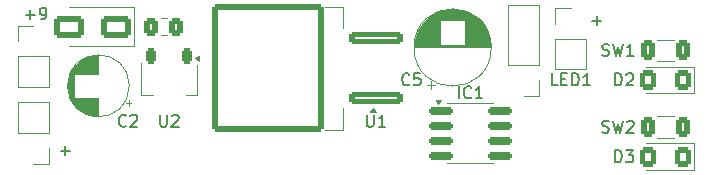
<source format=gto>
G04 #@! TF.GenerationSoftware,KiCad,Pcbnew,8.0.5*
G04 #@! TF.CreationDate,2024-10-17T19:27:39-07:00*
G04 #@! TF.ProjectId,RocketServo,526f636b-6574-4536-9572-766f2e6b6963,B*
G04 #@! TF.SameCoordinates,Original*
G04 #@! TF.FileFunction,Legend,Top*
G04 #@! TF.FilePolarity,Positive*
%FSLAX46Y46*%
G04 Gerber Fmt 4.6, Leading zero omitted, Abs format (unit mm)*
G04 Created by KiCad (PCBNEW 8.0.5) date 2024-10-17 19:27:39*
%MOMM*%
%LPD*%
G01*
G04 APERTURE LIST*
G04 Aperture macros list*
%AMRoundRect*
0 Rectangle with rounded corners*
0 $1 Rounding radius*
0 $2 $3 $4 $5 $6 $7 $8 $9 X,Y pos of 4 corners*
0 Add a 4 corners polygon primitive as box body*
4,1,4,$2,$3,$4,$5,$6,$7,$8,$9,$2,$3,0*
0 Add four circle primitives for the rounded corners*
1,1,$1+$1,$2,$3*
1,1,$1+$1,$4,$5*
1,1,$1+$1,$6,$7*
1,1,$1+$1,$8,$9*
0 Add four rect primitives between the rounded corners*
20,1,$1+$1,$2,$3,$4,$5,0*
20,1,$1+$1,$4,$5,$6,$7,0*
20,1,$1+$1,$6,$7,$8,$9,0*
20,1,$1+$1,$8,$9,$2,$3,0*%
%AMFreePoly0*
4,1,9,3.862500,-0.866500,0.737500,-0.866500,0.737500,-0.450000,-0.737500,-0.450000,-0.737500,0.450000,0.737500,0.450000,0.737500,0.866500,3.862500,0.866500,3.862500,-0.866500,3.862500,-0.866500,$1*%
G04 Aperture macros list end*
%ADD10C,0.150000*%
%ADD11C,0.120000*%
%ADD12RoundRect,0.150000X-0.825000X-0.150000X0.825000X-0.150000X0.825000X0.150000X-0.825000X0.150000X0*%
%ADD13RoundRect,0.250000X-0.312500X-0.625000X0.312500X-0.625000X0.312500X0.625000X-0.312500X0.625000X0*%
%ADD14R,1.700000X1.700000*%
%ADD15O,1.700000X1.700000*%
%ADD16RoundRect,0.250000X-0.337500X-0.475000X0.337500X-0.475000X0.337500X0.475000X-0.337500X0.475000X0*%
%ADD17R,1.600000X1.600000*%
%ADD18C,1.600000*%
%ADD19RoundRect,0.250001X0.462499X0.624999X-0.462499X0.624999X-0.462499X-0.624999X0.462499X-0.624999X0*%
%ADD20RoundRect,0.250000X2.050000X0.300000X-2.050000X0.300000X-2.050000X-0.300000X2.050000X-0.300000X0*%
%ADD21RoundRect,0.250002X4.449998X5.149998X-4.449998X5.149998X-4.449998X-5.149998X4.449998X-5.149998X0*%
%ADD22RoundRect,0.225000X-0.225000X0.425000X-0.225000X-0.425000X0.225000X-0.425000X0.225000X0.425000X0*%
%ADD23FreePoly0,270.000000*%
%ADD24RoundRect,0.250000X1.000000X0.650000X-1.000000X0.650000X-1.000000X-0.650000X1.000000X-0.650000X0*%
G04 APERTURE END LIST*
D10*
X96336779Y-93988866D02*
X97098684Y-93988866D01*
X96717731Y-94369819D02*
X96717731Y-93607914D01*
X141336779Y-82988866D02*
X142098684Y-82988866D01*
X141717731Y-83369819D02*
X141717731Y-82607914D01*
X93336779Y-82488866D02*
X94098684Y-82488866D01*
X93717731Y-82869819D02*
X93717731Y-82107914D01*
X94622493Y-82869819D02*
X94812969Y-82869819D01*
X94812969Y-82869819D02*
X94908207Y-82822200D01*
X94908207Y-82822200D02*
X94955826Y-82774580D01*
X94955826Y-82774580D02*
X95051064Y-82631723D01*
X95051064Y-82631723D02*
X95098683Y-82441247D01*
X95098683Y-82441247D02*
X95098683Y-82060295D01*
X95098683Y-82060295D02*
X95051064Y-81965057D01*
X95051064Y-81965057D02*
X95003445Y-81917438D01*
X95003445Y-81917438D02*
X94908207Y-81869819D01*
X94908207Y-81869819D02*
X94717731Y-81869819D01*
X94717731Y-81869819D02*
X94622493Y-81917438D01*
X94622493Y-81917438D02*
X94574874Y-81965057D01*
X94574874Y-81965057D02*
X94527255Y-82060295D01*
X94527255Y-82060295D02*
X94527255Y-82298390D01*
X94527255Y-82298390D02*
X94574874Y-82393628D01*
X94574874Y-82393628D02*
X94622493Y-82441247D01*
X94622493Y-82441247D02*
X94717731Y-82488866D01*
X94717731Y-82488866D02*
X94908207Y-82488866D01*
X94908207Y-82488866D02*
X95003445Y-82441247D01*
X95003445Y-82441247D02*
X95051064Y-82393628D01*
X95051064Y-82393628D02*
X95098683Y-82298390D01*
X130023810Y-89554819D02*
X130023810Y-88554819D01*
X131071428Y-89459580D02*
X131023809Y-89507200D01*
X131023809Y-89507200D02*
X130880952Y-89554819D01*
X130880952Y-89554819D02*
X130785714Y-89554819D01*
X130785714Y-89554819D02*
X130642857Y-89507200D01*
X130642857Y-89507200D02*
X130547619Y-89411961D01*
X130547619Y-89411961D02*
X130500000Y-89316723D01*
X130500000Y-89316723D02*
X130452381Y-89126247D01*
X130452381Y-89126247D02*
X130452381Y-88983390D01*
X130452381Y-88983390D02*
X130500000Y-88792914D01*
X130500000Y-88792914D02*
X130547619Y-88697676D01*
X130547619Y-88697676D02*
X130642857Y-88602438D01*
X130642857Y-88602438D02*
X130785714Y-88554819D01*
X130785714Y-88554819D02*
X130880952Y-88554819D01*
X130880952Y-88554819D02*
X131023809Y-88602438D01*
X131023809Y-88602438D02*
X131071428Y-88650057D01*
X132023809Y-89554819D02*
X131452381Y-89554819D01*
X131738095Y-89554819D02*
X131738095Y-88554819D01*
X131738095Y-88554819D02*
X131642857Y-88697676D01*
X131642857Y-88697676D02*
X131547619Y-88792914D01*
X131547619Y-88792914D02*
X131452381Y-88840533D01*
X142166667Y-92407200D02*
X142309524Y-92454819D01*
X142309524Y-92454819D02*
X142547619Y-92454819D01*
X142547619Y-92454819D02*
X142642857Y-92407200D01*
X142642857Y-92407200D02*
X142690476Y-92359580D01*
X142690476Y-92359580D02*
X142738095Y-92264342D01*
X142738095Y-92264342D02*
X142738095Y-92169104D01*
X142738095Y-92169104D02*
X142690476Y-92073866D01*
X142690476Y-92073866D02*
X142642857Y-92026247D01*
X142642857Y-92026247D02*
X142547619Y-91978628D01*
X142547619Y-91978628D02*
X142357143Y-91931009D01*
X142357143Y-91931009D02*
X142261905Y-91883390D01*
X142261905Y-91883390D02*
X142214286Y-91835771D01*
X142214286Y-91835771D02*
X142166667Y-91740533D01*
X142166667Y-91740533D02*
X142166667Y-91645295D01*
X142166667Y-91645295D02*
X142214286Y-91550057D01*
X142214286Y-91550057D02*
X142261905Y-91502438D01*
X142261905Y-91502438D02*
X142357143Y-91454819D01*
X142357143Y-91454819D02*
X142595238Y-91454819D01*
X142595238Y-91454819D02*
X142738095Y-91502438D01*
X143071429Y-91454819D02*
X143309524Y-92454819D01*
X143309524Y-92454819D02*
X143500000Y-91740533D01*
X143500000Y-91740533D02*
X143690476Y-92454819D01*
X143690476Y-92454819D02*
X143928572Y-91454819D01*
X144261905Y-91550057D02*
X144309524Y-91502438D01*
X144309524Y-91502438D02*
X144404762Y-91454819D01*
X144404762Y-91454819D02*
X144642857Y-91454819D01*
X144642857Y-91454819D02*
X144738095Y-91502438D01*
X144738095Y-91502438D02*
X144785714Y-91550057D01*
X144785714Y-91550057D02*
X144833333Y-91645295D01*
X144833333Y-91645295D02*
X144833333Y-91740533D01*
X144833333Y-91740533D02*
X144785714Y-91883390D01*
X144785714Y-91883390D02*
X144214286Y-92454819D01*
X144214286Y-92454819D02*
X144833333Y-92454819D01*
X101833333Y-91859580D02*
X101785714Y-91907200D01*
X101785714Y-91907200D02*
X101642857Y-91954819D01*
X101642857Y-91954819D02*
X101547619Y-91954819D01*
X101547619Y-91954819D02*
X101404762Y-91907200D01*
X101404762Y-91907200D02*
X101309524Y-91811961D01*
X101309524Y-91811961D02*
X101261905Y-91716723D01*
X101261905Y-91716723D02*
X101214286Y-91526247D01*
X101214286Y-91526247D02*
X101214286Y-91383390D01*
X101214286Y-91383390D02*
X101261905Y-91192914D01*
X101261905Y-91192914D02*
X101309524Y-91097676D01*
X101309524Y-91097676D02*
X101404762Y-91002438D01*
X101404762Y-91002438D02*
X101547619Y-90954819D01*
X101547619Y-90954819D02*
X101642857Y-90954819D01*
X101642857Y-90954819D02*
X101785714Y-91002438D01*
X101785714Y-91002438D02*
X101833333Y-91050057D01*
X102214286Y-91050057D02*
X102261905Y-91002438D01*
X102261905Y-91002438D02*
X102357143Y-90954819D01*
X102357143Y-90954819D02*
X102595238Y-90954819D01*
X102595238Y-90954819D02*
X102690476Y-91002438D01*
X102690476Y-91002438D02*
X102738095Y-91050057D01*
X102738095Y-91050057D02*
X102785714Y-91145295D01*
X102785714Y-91145295D02*
X102785714Y-91240533D01*
X102785714Y-91240533D02*
X102738095Y-91383390D01*
X102738095Y-91383390D02*
X102166667Y-91954819D01*
X102166667Y-91954819D02*
X102785714Y-91954819D01*
X143261905Y-94954819D02*
X143261905Y-93954819D01*
X143261905Y-93954819D02*
X143500000Y-93954819D01*
X143500000Y-93954819D02*
X143642857Y-94002438D01*
X143642857Y-94002438D02*
X143738095Y-94097676D01*
X143738095Y-94097676D02*
X143785714Y-94192914D01*
X143785714Y-94192914D02*
X143833333Y-94383390D01*
X143833333Y-94383390D02*
X143833333Y-94526247D01*
X143833333Y-94526247D02*
X143785714Y-94716723D01*
X143785714Y-94716723D02*
X143738095Y-94811961D01*
X143738095Y-94811961D02*
X143642857Y-94907200D01*
X143642857Y-94907200D02*
X143500000Y-94954819D01*
X143500000Y-94954819D02*
X143261905Y-94954819D01*
X144166667Y-93954819D02*
X144785714Y-93954819D01*
X144785714Y-93954819D02*
X144452381Y-94335771D01*
X144452381Y-94335771D02*
X144595238Y-94335771D01*
X144595238Y-94335771D02*
X144690476Y-94383390D01*
X144690476Y-94383390D02*
X144738095Y-94431009D01*
X144738095Y-94431009D02*
X144785714Y-94526247D01*
X144785714Y-94526247D02*
X144785714Y-94764342D01*
X144785714Y-94764342D02*
X144738095Y-94859580D01*
X144738095Y-94859580D02*
X144690476Y-94907200D01*
X144690476Y-94907200D02*
X144595238Y-94954819D01*
X144595238Y-94954819D02*
X144309524Y-94954819D01*
X144309524Y-94954819D02*
X144214286Y-94907200D01*
X144214286Y-94907200D02*
X144166667Y-94859580D01*
X122238095Y-90954819D02*
X122238095Y-91764342D01*
X122238095Y-91764342D02*
X122285714Y-91859580D01*
X122285714Y-91859580D02*
X122333333Y-91907200D01*
X122333333Y-91907200D02*
X122428571Y-91954819D01*
X122428571Y-91954819D02*
X122619047Y-91954819D01*
X122619047Y-91954819D02*
X122714285Y-91907200D01*
X122714285Y-91907200D02*
X122761904Y-91859580D01*
X122761904Y-91859580D02*
X122809523Y-91764342D01*
X122809523Y-91764342D02*
X122809523Y-90954819D01*
X123809523Y-91954819D02*
X123238095Y-91954819D01*
X123523809Y-91954819D02*
X123523809Y-90954819D01*
X123523809Y-90954819D02*
X123428571Y-91097676D01*
X123428571Y-91097676D02*
X123333333Y-91192914D01*
X123333333Y-91192914D02*
X123238095Y-91240533D01*
X142166667Y-85907200D02*
X142309524Y-85954819D01*
X142309524Y-85954819D02*
X142547619Y-85954819D01*
X142547619Y-85954819D02*
X142642857Y-85907200D01*
X142642857Y-85907200D02*
X142690476Y-85859580D01*
X142690476Y-85859580D02*
X142738095Y-85764342D01*
X142738095Y-85764342D02*
X142738095Y-85669104D01*
X142738095Y-85669104D02*
X142690476Y-85573866D01*
X142690476Y-85573866D02*
X142642857Y-85526247D01*
X142642857Y-85526247D02*
X142547619Y-85478628D01*
X142547619Y-85478628D02*
X142357143Y-85431009D01*
X142357143Y-85431009D02*
X142261905Y-85383390D01*
X142261905Y-85383390D02*
X142214286Y-85335771D01*
X142214286Y-85335771D02*
X142166667Y-85240533D01*
X142166667Y-85240533D02*
X142166667Y-85145295D01*
X142166667Y-85145295D02*
X142214286Y-85050057D01*
X142214286Y-85050057D02*
X142261905Y-85002438D01*
X142261905Y-85002438D02*
X142357143Y-84954819D01*
X142357143Y-84954819D02*
X142595238Y-84954819D01*
X142595238Y-84954819D02*
X142738095Y-85002438D01*
X143071429Y-84954819D02*
X143309524Y-85954819D01*
X143309524Y-85954819D02*
X143500000Y-85240533D01*
X143500000Y-85240533D02*
X143690476Y-85954819D01*
X143690476Y-85954819D02*
X143928572Y-84954819D01*
X144833333Y-85954819D02*
X144261905Y-85954819D01*
X144547619Y-85954819D02*
X144547619Y-84954819D01*
X144547619Y-84954819D02*
X144452381Y-85097676D01*
X144452381Y-85097676D02*
X144357143Y-85192914D01*
X144357143Y-85192914D02*
X144261905Y-85240533D01*
X104738095Y-90954819D02*
X104738095Y-91764342D01*
X104738095Y-91764342D02*
X104785714Y-91859580D01*
X104785714Y-91859580D02*
X104833333Y-91907200D01*
X104833333Y-91907200D02*
X104928571Y-91954819D01*
X104928571Y-91954819D02*
X105119047Y-91954819D01*
X105119047Y-91954819D02*
X105214285Y-91907200D01*
X105214285Y-91907200D02*
X105261904Y-91859580D01*
X105261904Y-91859580D02*
X105309523Y-91764342D01*
X105309523Y-91764342D02*
X105309523Y-90954819D01*
X105738095Y-91050057D02*
X105785714Y-91002438D01*
X105785714Y-91002438D02*
X105880952Y-90954819D01*
X105880952Y-90954819D02*
X106119047Y-90954819D01*
X106119047Y-90954819D02*
X106214285Y-91002438D01*
X106214285Y-91002438D02*
X106261904Y-91050057D01*
X106261904Y-91050057D02*
X106309523Y-91145295D01*
X106309523Y-91145295D02*
X106309523Y-91240533D01*
X106309523Y-91240533D02*
X106261904Y-91383390D01*
X106261904Y-91383390D02*
X105690476Y-91954819D01*
X105690476Y-91954819D02*
X106309523Y-91954819D01*
X125833333Y-88359580D02*
X125785714Y-88407200D01*
X125785714Y-88407200D02*
X125642857Y-88454819D01*
X125642857Y-88454819D02*
X125547619Y-88454819D01*
X125547619Y-88454819D02*
X125404762Y-88407200D01*
X125404762Y-88407200D02*
X125309524Y-88311961D01*
X125309524Y-88311961D02*
X125261905Y-88216723D01*
X125261905Y-88216723D02*
X125214286Y-88026247D01*
X125214286Y-88026247D02*
X125214286Y-87883390D01*
X125214286Y-87883390D02*
X125261905Y-87692914D01*
X125261905Y-87692914D02*
X125309524Y-87597676D01*
X125309524Y-87597676D02*
X125404762Y-87502438D01*
X125404762Y-87502438D02*
X125547619Y-87454819D01*
X125547619Y-87454819D02*
X125642857Y-87454819D01*
X125642857Y-87454819D02*
X125785714Y-87502438D01*
X125785714Y-87502438D02*
X125833333Y-87550057D01*
X126738095Y-87454819D02*
X126261905Y-87454819D01*
X126261905Y-87454819D02*
X126214286Y-87931009D01*
X126214286Y-87931009D02*
X126261905Y-87883390D01*
X126261905Y-87883390D02*
X126357143Y-87835771D01*
X126357143Y-87835771D02*
X126595238Y-87835771D01*
X126595238Y-87835771D02*
X126690476Y-87883390D01*
X126690476Y-87883390D02*
X126738095Y-87931009D01*
X126738095Y-87931009D02*
X126785714Y-88026247D01*
X126785714Y-88026247D02*
X126785714Y-88264342D01*
X126785714Y-88264342D02*
X126738095Y-88359580D01*
X126738095Y-88359580D02*
X126690476Y-88407200D01*
X126690476Y-88407200D02*
X126595238Y-88454819D01*
X126595238Y-88454819D02*
X126357143Y-88454819D01*
X126357143Y-88454819D02*
X126261905Y-88407200D01*
X126261905Y-88407200D02*
X126214286Y-88359580D01*
X138380952Y-88454819D02*
X137904762Y-88454819D01*
X137904762Y-88454819D02*
X137904762Y-87454819D01*
X138714286Y-87931009D02*
X139047619Y-87931009D01*
X139190476Y-88454819D02*
X138714286Y-88454819D01*
X138714286Y-88454819D02*
X138714286Y-87454819D01*
X138714286Y-87454819D02*
X139190476Y-87454819D01*
X139619048Y-88454819D02*
X139619048Y-87454819D01*
X139619048Y-87454819D02*
X139857143Y-87454819D01*
X139857143Y-87454819D02*
X140000000Y-87502438D01*
X140000000Y-87502438D02*
X140095238Y-87597676D01*
X140095238Y-87597676D02*
X140142857Y-87692914D01*
X140142857Y-87692914D02*
X140190476Y-87883390D01*
X140190476Y-87883390D02*
X140190476Y-88026247D01*
X140190476Y-88026247D02*
X140142857Y-88216723D01*
X140142857Y-88216723D02*
X140095238Y-88311961D01*
X140095238Y-88311961D02*
X140000000Y-88407200D01*
X140000000Y-88407200D02*
X139857143Y-88454819D01*
X139857143Y-88454819D02*
X139619048Y-88454819D01*
X141142857Y-88454819D02*
X140571429Y-88454819D01*
X140857143Y-88454819D02*
X140857143Y-87454819D01*
X140857143Y-87454819D02*
X140761905Y-87597676D01*
X140761905Y-87597676D02*
X140666667Y-87692914D01*
X140666667Y-87692914D02*
X140571429Y-87740533D01*
X143261905Y-88454819D02*
X143261905Y-87454819D01*
X143261905Y-87454819D02*
X143500000Y-87454819D01*
X143500000Y-87454819D02*
X143642857Y-87502438D01*
X143642857Y-87502438D02*
X143738095Y-87597676D01*
X143738095Y-87597676D02*
X143785714Y-87692914D01*
X143785714Y-87692914D02*
X143833333Y-87883390D01*
X143833333Y-87883390D02*
X143833333Y-88026247D01*
X143833333Y-88026247D02*
X143785714Y-88216723D01*
X143785714Y-88216723D02*
X143738095Y-88311961D01*
X143738095Y-88311961D02*
X143642857Y-88407200D01*
X143642857Y-88407200D02*
X143500000Y-88454819D01*
X143500000Y-88454819D02*
X143261905Y-88454819D01*
X144214286Y-87550057D02*
X144261905Y-87502438D01*
X144261905Y-87502438D02*
X144357143Y-87454819D01*
X144357143Y-87454819D02*
X144595238Y-87454819D01*
X144595238Y-87454819D02*
X144690476Y-87502438D01*
X144690476Y-87502438D02*
X144738095Y-87550057D01*
X144738095Y-87550057D02*
X144785714Y-87645295D01*
X144785714Y-87645295D02*
X144785714Y-87740533D01*
X144785714Y-87740533D02*
X144738095Y-87883390D01*
X144738095Y-87883390D02*
X144166667Y-88454819D01*
X144166667Y-88454819D02*
X144785714Y-88454819D01*
D11*
X131000000Y-89940000D02*
X129050000Y-89940000D01*
X131000000Y-89940000D02*
X132950000Y-89940000D01*
X131000000Y-95060000D02*
X129050000Y-95060000D01*
X131000000Y-95060000D02*
X132950000Y-95060000D01*
X128300000Y-90035000D02*
X128060000Y-89705000D01*
X128540000Y-89705000D01*
X128300000Y-90035000D01*
G36*
X128300000Y-90035000D02*
G01*
X128060000Y-89705000D01*
X128540000Y-89705000D01*
X128300000Y-90035000D01*
G37*
X146772936Y-91090000D02*
X148227064Y-91090000D01*
X146772936Y-92910000D02*
X148227064Y-92910000D01*
X134170000Y-86770000D02*
X134170000Y-81630000D01*
X136830000Y-81630000D02*
X134170000Y-81630000D01*
X136830000Y-86770000D02*
X134170000Y-86770000D01*
X136830000Y-86770000D02*
X136830000Y-81630000D01*
X136830000Y-88040000D02*
X136830000Y-89370000D01*
X136830000Y-89370000D02*
X135500000Y-89370000D01*
X104776248Y-82765000D02*
X105298752Y-82765000D01*
X104776248Y-84235000D02*
X105298752Y-84235000D01*
X96899000Y-88784000D02*
X96899000Y-88216000D01*
X96939000Y-89018000D02*
X96939000Y-87982000D01*
X96979000Y-89177000D02*
X96979000Y-87823000D01*
X97019000Y-89305000D02*
X97019000Y-87695000D01*
X97059000Y-89415000D02*
X97059000Y-87585000D01*
X97099000Y-89511000D02*
X97099000Y-87489000D01*
X97139000Y-89598000D02*
X97139000Y-87402000D01*
X97179000Y-89678000D02*
X97179000Y-87322000D01*
X97219000Y-89751000D02*
X97219000Y-87249000D01*
X97259000Y-89819000D02*
X97259000Y-87181000D01*
X97299000Y-89883000D02*
X97299000Y-87117000D01*
X97339000Y-89943000D02*
X97339000Y-87057000D01*
X97379000Y-90000000D02*
X97379000Y-87000000D01*
X97419000Y-90054000D02*
X97419000Y-86946000D01*
X97459000Y-90105000D02*
X97459000Y-86895000D01*
X97499000Y-87460000D02*
X97499000Y-86847000D01*
X97499000Y-90153000D02*
X97499000Y-89540000D01*
X97539000Y-87460000D02*
X97539000Y-86801000D01*
X97539000Y-90199000D02*
X97539000Y-89540000D01*
X97579000Y-87460000D02*
X97579000Y-86757000D01*
X97579000Y-90243000D02*
X97579000Y-89540000D01*
X97619000Y-87460000D02*
X97619000Y-86715000D01*
X97619000Y-90285000D02*
X97619000Y-89540000D01*
X97659000Y-87460000D02*
X97659000Y-86674000D01*
X97659000Y-90326000D02*
X97659000Y-89540000D01*
X97699000Y-87460000D02*
X97699000Y-86636000D01*
X97699000Y-90364000D02*
X97699000Y-89540000D01*
X97739000Y-87460000D02*
X97739000Y-86599000D01*
X97739000Y-90401000D02*
X97739000Y-89540000D01*
X97779000Y-87460000D02*
X97779000Y-86563000D01*
X97779000Y-90437000D02*
X97779000Y-89540000D01*
X97819000Y-87460000D02*
X97819000Y-86529000D01*
X97819000Y-90471000D02*
X97819000Y-89540000D01*
X97859000Y-87460000D02*
X97859000Y-86496000D01*
X97859000Y-90504000D02*
X97859000Y-89540000D01*
X97899000Y-87460000D02*
X97899000Y-86465000D01*
X97899000Y-90535000D02*
X97899000Y-89540000D01*
X97939000Y-87460000D02*
X97939000Y-86435000D01*
X97939000Y-90565000D02*
X97939000Y-89540000D01*
X97979000Y-87460000D02*
X97979000Y-86405000D01*
X97979000Y-90595000D02*
X97979000Y-89540000D01*
X98019000Y-87460000D02*
X98019000Y-86378000D01*
X98019000Y-90622000D02*
X98019000Y-89540000D01*
X98059000Y-87460000D02*
X98059000Y-86351000D01*
X98059000Y-90649000D02*
X98059000Y-89540000D01*
X98099000Y-87460000D02*
X98099000Y-86325000D01*
X98099000Y-90675000D02*
X98099000Y-89540000D01*
X98139000Y-87460000D02*
X98139000Y-86300000D01*
X98139000Y-90700000D02*
X98139000Y-89540000D01*
X98179000Y-87460000D02*
X98179000Y-86276000D01*
X98179000Y-90724000D02*
X98179000Y-89540000D01*
X98219000Y-87460000D02*
X98219000Y-86253000D01*
X98219000Y-90747000D02*
X98219000Y-89540000D01*
X98259000Y-87460000D02*
X98259000Y-86232000D01*
X98259000Y-90768000D02*
X98259000Y-89540000D01*
X98299000Y-87460000D02*
X98299000Y-86210000D01*
X98299000Y-90790000D02*
X98299000Y-89540000D01*
X98339000Y-87460000D02*
X98339000Y-86190000D01*
X98339000Y-90810000D02*
X98339000Y-89540000D01*
X98379000Y-87460000D02*
X98379000Y-86171000D01*
X98379000Y-90829000D02*
X98379000Y-89540000D01*
X98419000Y-87460000D02*
X98419000Y-86152000D01*
X98419000Y-90848000D02*
X98419000Y-89540000D01*
X98459000Y-87460000D02*
X98459000Y-86135000D01*
X98459000Y-90865000D02*
X98459000Y-89540000D01*
X98499000Y-87460000D02*
X98499000Y-86118000D01*
X98499000Y-90882000D02*
X98499000Y-89540000D01*
X98539000Y-87460000D02*
X98539000Y-86102000D01*
X98539000Y-90898000D02*
X98539000Y-89540000D01*
X98579000Y-87460000D02*
X98579000Y-86086000D01*
X98579000Y-90914000D02*
X98579000Y-89540000D01*
X98619000Y-87460000D02*
X98619000Y-86072000D01*
X98619000Y-90928000D02*
X98619000Y-89540000D01*
X98659000Y-87460000D02*
X98659000Y-86058000D01*
X98659000Y-90942000D02*
X98659000Y-89540000D01*
X98699000Y-87460000D02*
X98699000Y-86045000D01*
X98699000Y-90955000D02*
X98699000Y-89540000D01*
X98739000Y-87460000D02*
X98739000Y-86032000D01*
X98739000Y-90968000D02*
X98739000Y-89540000D01*
X98779000Y-87460000D02*
X98779000Y-86020000D01*
X98779000Y-90980000D02*
X98779000Y-89540000D01*
X98820000Y-87460000D02*
X98820000Y-86009000D01*
X98820000Y-90991000D02*
X98820000Y-89540000D01*
X98860000Y-87460000D02*
X98860000Y-85999000D01*
X98860000Y-91001000D02*
X98860000Y-89540000D01*
X98900000Y-87460000D02*
X98900000Y-85989000D01*
X98900000Y-91011000D02*
X98900000Y-89540000D01*
X98940000Y-87460000D02*
X98940000Y-85980000D01*
X98940000Y-91020000D02*
X98940000Y-89540000D01*
X98980000Y-87460000D02*
X98980000Y-85972000D01*
X98980000Y-91028000D02*
X98980000Y-89540000D01*
X99020000Y-87460000D02*
X99020000Y-85964000D01*
X99020000Y-91036000D02*
X99020000Y-89540000D01*
X99060000Y-87460000D02*
X99060000Y-85957000D01*
X99060000Y-91043000D02*
X99060000Y-89540000D01*
X99100000Y-87460000D02*
X99100000Y-85950000D01*
X99100000Y-91050000D02*
X99100000Y-89540000D01*
X99140000Y-87460000D02*
X99140000Y-85944000D01*
X99140000Y-91056000D02*
X99140000Y-89540000D01*
X99180000Y-87460000D02*
X99180000Y-85939000D01*
X99180000Y-91061000D02*
X99180000Y-89540000D01*
X99220000Y-87460000D02*
X99220000Y-85935000D01*
X99220000Y-91065000D02*
X99220000Y-89540000D01*
X99260000Y-87460000D02*
X99260000Y-85931000D01*
X99260000Y-91069000D02*
X99260000Y-89540000D01*
X99300000Y-87460000D02*
X99300000Y-85927000D01*
X99300000Y-91073000D02*
X99300000Y-89540000D01*
X99340000Y-87460000D02*
X99340000Y-85924000D01*
X99340000Y-91076000D02*
X99340000Y-89540000D01*
X99380000Y-87460000D02*
X99380000Y-85922000D01*
X99380000Y-91078000D02*
X99380000Y-89540000D01*
X99420000Y-87460000D02*
X99420000Y-85921000D01*
X99420000Y-91079000D02*
X99420000Y-89540000D01*
X99460000Y-87460000D02*
X99460000Y-85920000D01*
X99460000Y-91080000D02*
X99460000Y-89540000D01*
X99500000Y-87460000D02*
X99500000Y-85920000D01*
X99500000Y-91080000D02*
X99500000Y-89540000D01*
X102054775Y-90225000D02*
X102054775Y-89725000D01*
X102304775Y-89975000D02*
X101804775Y-89975000D01*
X102120000Y-88500000D02*
G75*
G02*
X96880000Y-88500000I-2620000J0D01*
G01*
X96880000Y-88500000D02*
G75*
G02*
X102120000Y-88500000I2620000J0D01*
G01*
X92670000Y-92505000D02*
X92670000Y-89905000D01*
X95330000Y-89905000D02*
X92670000Y-89905000D01*
X95330000Y-92505000D02*
X92670000Y-92505000D01*
X95330000Y-92505000D02*
X95330000Y-89905000D01*
X95330000Y-93775000D02*
X95330000Y-95105000D01*
X95330000Y-95105000D02*
X94000000Y-95105000D01*
X145900000Y-95635000D02*
X149960000Y-95635000D01*
X149960000Y-93365000D02*
X145900000Y-93365000D01*
X149960000Y-95635000D02*
X149960000Y-93365000D01*
X92670000Y-83395000D02*
X94000000Y-83395000D01*
X92670000Y-84725000D02*
X92670000Y-83395000D01*
X92670000Y-85995000D02*
X92670000Y-88595000D01*
X92670000Y-85995000D02*
X95330000Y-85995000D01*
X92670000Y-88595000D02*
X95330000Y-88595000D01*
X95330000Y-85995000D02*
X95330000Y-88595000D01*
X118675000Y-81800000D02*
X120175000Y-81800000D01*
X118675000Y-92200000D02*
X120175000Y-92200000D01*
X120175000Y-81800000D02*
X120175000Y-83610000D01*
X120175000Y-92200000D02*
X120175000Y-90390000D01*
X122977500Y-90720000D02*
X122497500Y-90720000D01*
X122737500Y-90390000D01*
X122977500Y-90720000D01*
G36*
X122977500Y-90720000D02*
G01*
X122497500Y-90720000D01*
X122737500Y-90390000D01*
X122977500Y-90720000D01*
G37*
X146772936Y-84590000D02*
X148227064Y-84590000D01*
X146772936Y-86410000D02*
X148227064Y-86410000D01*
X103140000Y-89310000D02*
X103140000Y-86590000D01*
X104120000Y-89310000D02*
X103140000Y-89310000D01*
X106880000Y-89310000D02*
X107860000Y-89310000D01*
X107860000Y-86730000D02*
X107860000Y-89310000D01*
X108040000Y-86420000D02*
X107710000Y-86180000D01*
X108040000Y-85940000D01*
X108040000Y-86420000D01*
G36*
X108040000Y-86420000D02*
G01*
X107710000Y-86180000D01*
X108040000Y-85940000D01*
X108040000Y-86420000D01*
G37*
X126270000Y-85170000D02*
X132730000Y-85170000D01*
X126270000Y-85210000D02*
X132730000Y-85210000D01*
X126270000Y-85250000D02*
X132730000Y-85250000D01*
X126272000Y-85130000D02*
X132728000Y-85130000D01*
X126273000Y-85090000D02*
X132727000Y-85090000D01*
X126276000Y-85050000D02*
X132724000Y-85050000D01*
X126278000Y-85010000D02*
X128460000Y-85010000D01*
X126282000Y-84970000D02*
X128460000Y-84970000D01*
X126285000Y-84930000D02*
X128460000Y-84930000D01*
X126289000Y-84890000D02*
X128460000Y-84890000D01*
X126294000Y-84850000D02*
X128460000Y-84850000D01*
X126299000Y-84810000D02*
X128460000Y-84810000D01*
X126305000Y-84770000D02*
X128460000Y-84770000D01*
X126311000Y-84730000D02*
X128460000Y-84730000D01*
X126318000Y-84690000D02*
X128460000Y-84690000D01*
X126325000Y-84650000D02*
X128460000Y-84650000D01*
X126333000Y-84610000D02*
X128460000Y-84610000D01*
X126341000Y-84570000D02*
X128460000Y-84570000D01*
X126350000Y-84529000D02*
X128460000Y-84529000D01*
X126359000Y-84489000D02*
X128460000Y-84489000D01*
X126369000Y-84449000D02*
X128460000Y-84449000D01*
X126379000Y-84409000D02*
X128460000Y-84409000D01*
X126390000Y-84369000D02*
X128460000Y-84369000D01*
X126402000Y-84329000D02*
X128460000Y-84329000D01*
X126414000Y-84289000D02*
X128460000Y-84289000D01*
X126426000Y-84249000D02*
X128460000Y-84249000D01*
X126439000Y-84209000D02*
X128460000Y-84209000D01*
X126453000Y-84169000D02*
X128460000Y-84169000D01*
X126467000Y-84129000D02*
X128460000Y-84129000D01*
X126482000Y-84089000D02*
X128460000Y-84089000D01*
X126498000Y-84049000D02*
X128460000Y-84049000D01*
X126514000Y-84009000D02*
X128460000Y-84009000D01*
X126530000Y-83969000D02*
X128460000Y-83969000D01*
X126548000Y-83929000D02*
X128460000Y-83929000D01*
X126566000Y-83889000D02*
X128460000Y-83889000D01*
X126584000Y-83849000D02*
X128460000Y-83849000D01*
X126604000Y-83809000D02*
X128460000Y-83809000D01*
X126624000Y-83769000D02*
X128460000Y-83769000D01*
X126644000Y-83729000D02*
X128460000Y-83729000D01*
X126666000Y-83689000D02*
X128460000Y-83689000D01*
X126688000Y-83649000D02*
X128460000Y-83649000D01*
X126710000Y-83609000D02*
X128460000Y-83609000D01*
X126734000Y-83569000D02*
X128460000Y-83569000D01*
X126758000Y-83529000D02*
X128460000Y-83529000D01*
X126784000Y-83489000D02*
X128460000Y-83489000D01*
X126810000Y-83449000D02*
X128460000Y-83449000D01*
X126836000Y-83409000D02*
X128460000Y-83409000D01*
X126864000Y-83369000D02*
X128460000Y-83369000D01*
X126893000Y-83329000D02*
X128460000Y-83329000D01*
X126922000Y-83289000D02*
X128460000Y-83289000D01*
X126952000Y-83249000D02*
X128460000Y-83249000D01*
X126984000Y-83209000D02*
X128460000Y-83209000D01*
X127016000Y-83169000D02*
X128460000Y-83169000D01*
X127050000Y-83129000D02*
X128460000Y-83129000D01*
X127084000Y-83089000D02*
X128460000Y-83089000D01*
X127120000Y-83049000D02*
X128460000Y-83049000D01*
X127157000Y-83009000D02*
X128460000Y-83009000D01*
X127195000Y-82969000D02*
X128460000Y-82969000D01*
X127235000Y-82929000D02*
X131765000Y-82929000D01*
X127276000Y-82889000D02*
X131724000Y-82889000D01*
X127318000Y-82849000D02*
X131682000Y-82849000D01*
X127346000Y-88435241D02*
X127976000Y-88435241D01*
X127363000Y-82809000D02*
X131637000Y-82809000D01*
X127408000Y-82769000D02*
X131592000Y-82769000D01*
X127456000Y-82729000D02*
X131544000Y-82729000D01*
X127505000Y-82689000D02*
X131495000Y-82689000D01*
X127556000Y-82649000D02*
X131444000Y-82649000D01*
X127610000Y-82609000D02*
X131390000Y-82609000D01*
X127661000Y-88750241D02*
X127661000Y-88120241D01*
X127666000Y-82569000D02*
X131334000Y-82569000D01*
X127724000Y-82529000D02*
X131276000Y-82529000D01*
X127786000Y-82489000D02*
X131214000Y-82489000D01*
X127850000Y-82449000D02*
X131150000Y-82449000D01*
X127919000Y-82409000D02*
X131081000Y-82409000D01*
X127991000Y-82369000D02*
X131009000Y-82369000D01*
X128068000Y-82329000D02*
X130932000Y-82329000D01*
X128150000Y-82289000D02*
X130850000Y-82289000D01*
X128238000Y-82249000D02*
X130762000Y-82249000D01*
X128335000Y-82209000D02*
X130665000Y-82209000D01*
X128441000Y-82169000D02*
X130559000Y-82169000D01*
X128560000Y-82129000D02*
X130440000Y-82129000D01*
X128698000Y-82089000D02*
X130302000Y-82089000D01*
X128867000Y-82049000D02*
X130133000Y-82049000D01*
X129098000Y-82009000D02*
X129902000Y-82009000D01*
X130540000Y-82969000D02*
X131805000Y-82969000D01*
X130540000Y-83009000D02*
X131843000Y-83009000D01*
X130540000Y-83049000D02*
X131880000Y-83049000D01*
X130540000Y-83089000D02*
X131916000Y-83089000D01*
X130540000Y-83129000D02*
X131950000Y-83129000D01*
X130540000Y-83169000D02*
X131984000Y-83169000D01*
X130540000Y-83209000D02*
X132016000Y-83209000D01*
X130540000Y-83249000D02*
X132048000Y-83249000D01*
X130540000Y-83289000D02*
X132078000Y-83289000D01*
X130540000Y-83329000D02*
X132107000Y-83329000D01*
X130540000Y-83369000D02*
X132136000Y-83369000D01*
X130540000Y-83409000D02*
X132164000Y-83409000D01*
X130540000Y-83449000D02*
X132190000Y-83449000D01*
X130540000Y-83489000D02*
X132216000Y-83489000D01*
X130540000Y-83529000D02*
X132242000Y-83529000D01*
X130540000Y-83569000D02*
X132266000Y-83569000D01*
X130540000Y-83609000D02*
X132290000Y-83609000D01*
X130540000Y-83649000D02*
X132312000Y-83649000D01*
X130540000Y-83689000D02*
X132334000Y-83689000D01*
X130540000Y-83729000D02*
X132356000Y-83729000D01*
X130540000Y-83769000D02*
X132376000Y-83769000D01*
X130540000Y-83809000D02*
X132396000Y-83809000D01*
X130540000Y-83849000D02*
X132416000Y-83849000D01*
X130540000Y-83889000D02*
X132434000Y-83889000D01*
X130540000Y-83929000D02*
X132452000Y-83929000D01*
X130540000Y-83969000D02*
X132470000Y-83969000D01*
X130540000Y-84009000D02*
X132486000Y-84009000D01*
X130540000Y-84049000D02*
X132502000Y-84049000D01*
X130540000Y-84089000D02*
X132518000Y-84089000D01*
X130540000Y-84129000D02*
X132533000Y-84129000D01*
X130540000Y-84169000D02*
X132547000Y-84169000D01*
X130540000Y-84209000D02*
X132561000Y-84209000D01*
X130540000Y-84249000D02*
X132574000Y-84249000D01*
X130540000Y-84289000D02*
X132586000Y-84289000D01*
X130540000Y-84329000D02*
X132598000Y-84329000D01*
X130540000Y-84369000D02*
X132610000Y-84369000D01*
X130540000Y-84409000D02*
X132621000Y-84409000D01*
X130540000Y-84449000D02*
X132631000Y-84449000D01*
X130540000Y-84489000D02*
X132641000Y-84489000D01*
X130540000Y-84529000D02*
X132650000Y-84529000D01*
X130540000Y-84570000D02*
X132659000Y-84570000D01*
X130540000Y-84610000D02*
X132667000Y-84610000D01*
X130540000Y-84650000D02*
X132675000Y-84650000D01*
X130540000Y-84690000D02*
X132682000Y-84690000D01*
X130540000Y-84730000D02*
X132689000Y-84730000D01*
X130540000Y-84770000D02*
X132695000Y-84770000D01*
X130540000Y-84810000D02*
X132701000Y-84810000D01*
X130540000Y-84850000D02*
X132706000Y-84850000D01*
X130540000Y-84890000D02*
X132711000Y-84890000D01*
X130540000Y-84930000D02*
X132715000Y-84930000D01*
X130540000Y-84970000D02*
X132718000Y-84970000D01*
X130540000Y-85010000D02*
X132722000Y-85010000D01*
X132770000Y-85250000D02*
G75*
G02*
X126230000Y-85250000I-3270000J0D01*
G01*
X126230000Y-85250000D02*
G75*
G02*
X132770000Y-85250000I3270000J0D01*
G01*
X138170000Y-81895000D02*
X139500000Y-81895000D01*
X138170000Y-83225000D02*
X138170000Y-81895000D01*
X138170000Y-84495000D02*
X138170000Y-87095000D01*
X138170000Y-84495000D02*
X140830000Y-84495000D01*
X138170000Y-87095000D02*
X140830000Y-87095000D01*
X140830000Y-84495000D02*
X140830000Y-87095000D01*
X145900000Y-89135000D02*
X149960000Y-89135000D01*
X149960000Y-86865000D02*
X145900000Y-86865000D01*
X149960000Y-89135000D02*
X149960000Y-86865000D01*
X102510000Y-81850000D02*
X97000000Y-81850000D01*
X102510000Y-85150000D02*
X97000000Y-85150000D01*
X102510000Y-85150000D02*
X102510000Y-81850000D01*
%LPC*%
D12*
X128525000Y-90595000D03*
X128525000Y-91865000D03*
X128525000Y-93135000D03*
X128525000Y-94405000D03*
X133475000Y-94405000D03*
X133475000Y-93135000D03*
X133475000Y-91865000D03*
X133475000Y-90595000D03*
D13*
X146037500Y-92000000D03*
X148962500Y-92000000D03*
D14*
X135500000Y-88040000D03*
D15*
X135500000Y-85500000D03*
X135500000Y-82960000D03*
D16*
X104000000Y-83500000D03*
X106075000Y-83500000D03*
D17*
X100500000Y-88500000D03*
D18*
X98500000Y-88500000D03*
D14*
X94000000Y-93775000D03*
D15*
X94000000Y-91235000D03*
D19*
X148987500Y-94500000D03*
X146012500Y-94500000D03*
D14*
X94000000Y-84725000D03*
D15*
X94000000Y-87265000D03*
D20*
X123000000Y-89540000D03*
D21*
X113850000Y-87000000D03*
D20*
X123000000Y-84460000D03*
D13*
X146037500Y-85500000D03*
X148962500Y-85500000D03*
D22*
X107000000Y-86000000D03*
D23*
X105500000Y-86087500D03*
D22*
X104000000Y-86000000D03*
D17*
X129500000Y-86500000D03*
D18*
X129500000Y-84000000D03*
D14*
X139500000Y-83225000D03*
D15*
X139500000Y-85765000D03*
D19*
X148987500Y-88000000D03*
X146012500Y-88000000D03*
D24*
X101000000Y-83500000D03*
X97000000Y-83500000D03*
%LPD*%
M02*

</source>
